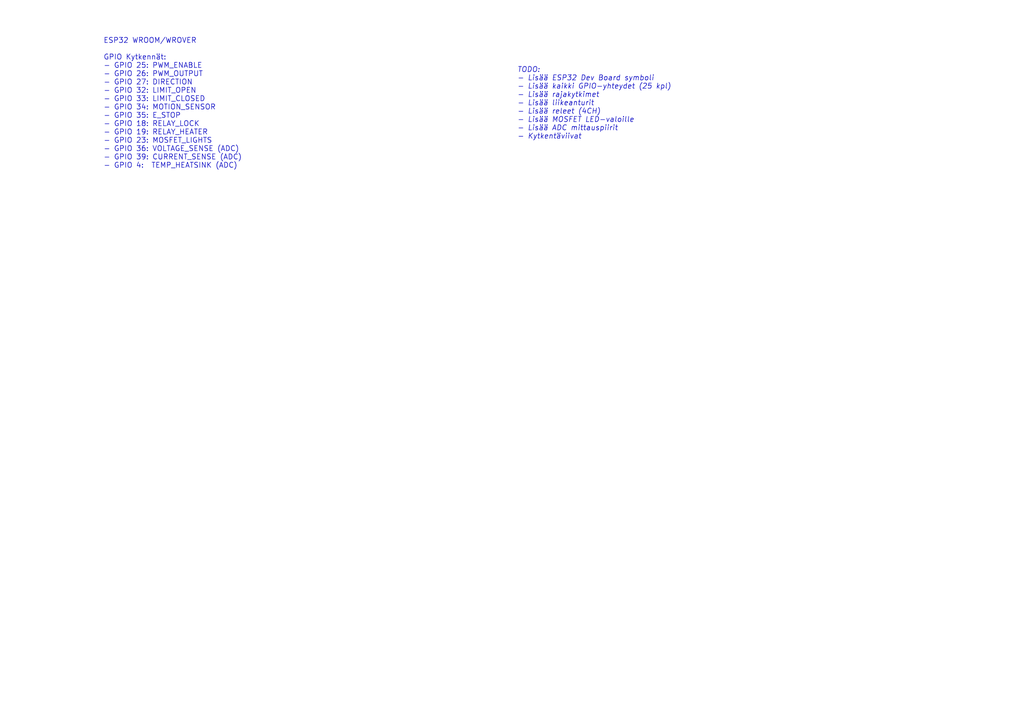
<source format=kicad_sch>
(kicad_sch
	(version 20250114)
	(generator "eeschema")
	(generator_version "9.0")
	(uuid "f655514b-49c4-463a-8ddb-d24261f91f4f")
	(paper "A4")
	(title_block
		(title "ESP32 Ohjauselektroniikka")
		(date "2025-12-19")
		(rev "1.0")
		(comment 1 "GPIO, Anturit, Releet, ADC")
	)
	(lib_symbols)
	(text "ESP32 WROOM/WROVER\n\nGPIO Kytkennät:\n- GPIO 25: PWM_ENABLE\n- GPIO 26: PWM_OUTPUT\n- GPIO 27: DIRECTION\n- GPIO 32: LIMIT_OPEN\n- GPIO 33: LIMIT_CLOSED\n- GPIO 34: MOTION_SENSOR\n- GPIO 35: E_STOP\n- GPIO 18: RELAY_LOCK\n- GPIO 19: RELAY_HEATER\n- GPIO 23: MOSFET_LIGHTS\n- GPIO 36: VOLTAGE_SENSE (ADC)\n- GPIO 39: CURRENT_SENSE (ADC)\n- GPIO 4:  TEMP_HEATSINK (ADC)"
		(exclude_from_sim no)
		(at 30 30 0)
		(effects
			(font
				(size 1.5 1.5)
			)
			(justify left)
		)
		(uuid "0fea3247-0674-4404-ad9e-f47bc2f4fa5a")
	)
	(text "TODO:\n- Lisää ESP32 Dev Board symboli\n- Lisää kaikki GPIO-yhteydet (25 kpl)\n- Lisää rajakytkimet\n- Lisää liikeanturit\n- Lisää releet (4CH)\n- Lisää MOSFET LED-valoille\n- Lisää ADC mittauspiirit\n- Kytkentäviivat"
		(exclude_from_sim no)
		(at 150 30 0)
		(effects
			(font
				(size 1.5 1.5)
				(italic yes)
			)
			(justify left)
		)
		(uuid "ce9f03bd-9de5-4062-ba13-4b9afa1b8680")
	)
)

</source>
